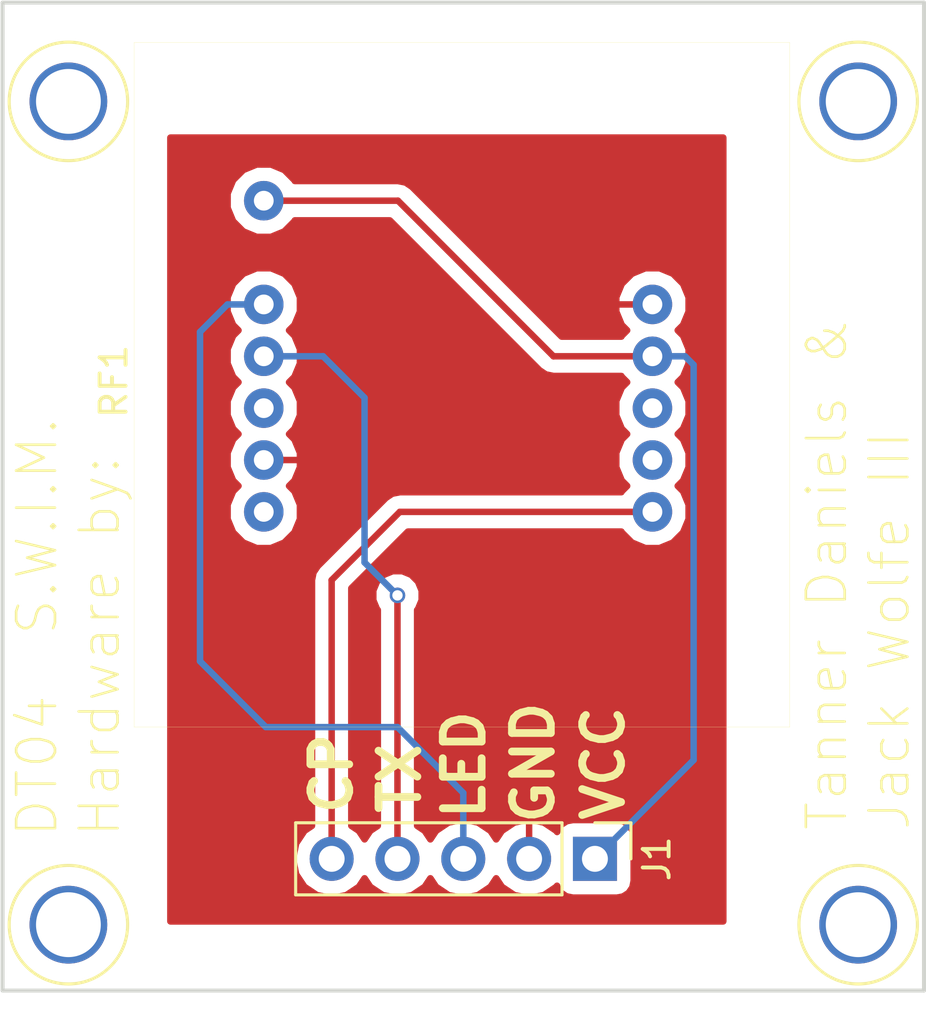
<source format=kicad_pcb>
(kicad_pcb (version 4) (host pcbnew 4.0.6-e0-6349~53~ubuntu16.04.1)

  (general
    (links 7)
    (no_connects 0)
    (area 177.514999 105.197 213.645001 145.045)
    (thickness 1.6)
    (drawings 20)
    (tracks 28)
    (zones 0)
    (modules 6)
    (nets 10)
  )

  (page A4)
  (layers
    (0 F.Cu signal)
    (31 B.Cu signal)
    (32 B.Adhes user)
    (33 F.Adhes user)
    (34 B.Paste user)
    (35 F.Paste user)
    (36 B.SilkS user)
    (37 F.SilkS user)
    (38 B.Mask user)
    (39 F.Mask user)
    (40 Dwgs.User user)
    (41 Cmts.User user)
    (42 Eco1.User user)
    (43 Eco2.User user)
    (44 Edge.Cuts user)
    (45 Margin user)
    (46 B.CrtYd user)
    (47 F.CrtYd user)
    (48 B.Fab user)
    (49 F.Fab user)
  )

  (setup
    (last_trace_width 0.25)
    (trace_clearance 0.2)
    (zone_clearance 0.508)
    (zone_45_only no)
    (trace_min 0.2)
    (segment_width 0.2)
    (edge_width 0.15)
    (via_size 0.6)
    (via_drill 0.4)
    (via_min_size 0.4)
    (via_min_drill 0.3)
    (uvia_size 0.3)
    (uvia_drill 0.1)
    (uvias_allowed no)
    (uvia_min_size 0.2)
    (uvia_min_drill 0.1)
    (pcb_text_width 0.3)
    (pcb_text_size 1.5 1.5)
    (mod_edge_width 0.15)
    (mod_text_size 1 1)
    (mod_text_width 0.15)
    (pad_size 3 3)
    (pad_drill 2.5)
    (pad_to_mask_clearance 0.2)
    (aux_axis_origin 180.34 139.7)
    (visible_elements FFFFFF7F)
    (pcbplotparams
      (layerselection 0x01020_80000001)
      (usegerberextensions false)
      (excludeedgelayer true)
      (linewidth 0.100000)
      (plotframeref false)
      (viasonmask false)
      (mode 1)
      (useauxorigin false)
      (hpglpennumber 1)
      (hpglpenspeed 20)
      (hpglpendiameter 15)
      (hpglpenoverlay 2)
      (psnegative false)
      (psa4output false)
      (plotreference true)
      (plotvalue true)
      (plotinvisibletext false)
      (padsonsilk false)
      (subtractmaskfromsilk false)
      (outputformat 1)
      (mirror false)
      (drillshape 0)
      (scaleselection 1)
      (outputdirectory ""))
  )

  (net 0 "")
  (net 1 "Net-(J1-Pad1)")
  (net 2 "Net-(J1-Pad2)")
  (net 3 "Net-(J1-Pad3)")
  (net 4 "Net-(J1-Pad4)")
  (net 5 "Net-(J1-Pad5)")
  (net 6 "Net-(RF1-Pad3)")
  (net 7 "Net-(RF1-Pad4)")
  (net 8 "Net-(RF1-Pad8)")
  (net 9 "Net-(RF1-Pad6)")

  (net_class Default "This is the default net class."
    (clearance 0.2)
    (trace_width 0.25)
    (via_dia 0.6)
    (via_drill 0.4)
    (uvia_dia 0.3)
    (uvia_drill 0.1)
    (add_net "Net-(J1-Pad1)")
    (add_net "Net-(J1-Pad2)")
    (add_net "Net-(J1-Pad3)")
    (add_net "Net-(J1-Pad4)")
    (add_net "Net-(J1-Pad5)")
    (add_net "Net-(RF1-Pad3)")
    (add_net "Net-(RF1-Pad4)")
    (add_net "Net-(RF1-Pad6)")
    (add_net "Net-(RF1-Pad8)")
  )

  (module SeniorDesignFootprints:ID-12LA (layer F.Cu) (tedit 5845FE82) (tstamp 58B482E6)
    (at 182.88 133.35 90)
    (path /58B47EC3)
    (fp_text reference RF1 (at 13.33 -0.79 90) (layer F.SilkS)
      (effects (font (size 1 1) (thickness 0.15)))
    )
    (fp_text value ID-12LA (at 12.92 -2.51 90) (layer F.Fab)
      (effects (font (size 1 1) (thickness 0.15)))
    )
    (fp_line (start 0 25.3) (end 26.4 25.3) (layer F.SilkS) (width 0.01))
    (fp_line (start 26.4 25.3) (end 26.4 0) (layer F.SilkS) (width 0.01))
    (fp_line (start 26.4 0) (end 0 0) (layer F.SilkS) (width 0.01))
    (fp_line (start 0 0) (end 0 25.3) (layer F.SilkS) (width 0.01))
    (pad 1 thru_hole circle (at 16.3 20 90) (size 1.524 1.524) (drill 0.762) (layers *.Cu *.Mask)
      (net 2 "Net-(J1-Pad2)"))
    (pad 2 thru_hole circle (at 14.3 20 90) (size 1.524 1.524) (drill 0.762) (layers *.Cu *.Mask)
      (net 1 "Net-(J1-Pad1)"))
    (pad 3 thru_hole circle (at 12.3 20 90) (size 1.524 1.524) (drill 0.762) (layers *.Cu *.Mask)
      (net 6 "Net-(RF1-Pad3)"))
    (pad 4 thru_hole circle (at 10.3 20 90) (size 1.524 1.524) (drill 0.762) (layers *.Cu *.Mask)
      (net 7 "Net-(RF1-Pad4)"))
    (pad 5 thru_hole circle (at 8.3 20 90) (size 1.524 1.524) (drill 0.762) (layers *.Cu *.Mask)
      (net 5 "Net-(J1-Pad5)"))
    (pad 10 thru_hole circle (at 16.3 5 90) (size 1.524 1.524) (drill 0.762) (layers *.Cu *.Mask)
      (net 3 "Net-(J1-Pad3)"))
    (pad 9 thru_hole circle (at 14.3 5 90) (size 1.524 1.524) (drill 0.762) (layers *.Cu *.Mask)
      (net 4 "Net-(J1-Pad4)"))
    (pad 8 thru_hole circle (at 12.3 5 90) (size 1.524 1.524) (drill 0.762) (layers *.Cu *.Mask)
      (net 8 "Net-(RF1-Pad8)"))
    (pad 7 thru_hole circle (at 10.3 5 90) (size 1.524 1.524) (drill 0.762) (layers *.Cu *.Mask)
      (net 2 "Net-(J1-Pad2)"))
    (pad 6 thru_hole circle (at 8.3 5 90) (size 1.524 1.524) (drill 0.762) (layers *.Cu *.Mask)
      (net 9 "Net-(RF1-Pad6)"))
    (pad 11 thru_hole circle (at 20.3 5 90) (size 1.524 1.524) (drill 0.762) (layers *.Cu *.Mask)
      (net 1 "Net-(J1-Pad1)"))
    (model ../../../../../home/hingle/FreeCADProjects/SeniorDesign/Compound.wrl
      (at (xyz 0 0 0))
      (scale (xyz 1 1 1))
      (rotate (xyz 0 0 0))
    )
  )

  (module Connectors:1pin (layer F.Cu) (tedit 58B498C5) (tstamp 58B494B6)
    (at 180.34 109.22)
    (descr "module 1 pin (ou trou mecanique de percage)")
    (tags DEV)
    (fp_text reference REF** (at 0 -3.048) (layer F.SilkS) hide
      (effects (font (size 1 1) (thickness 0.15)))
    )
    (fp_text value 1pin (at 0 3) (layer F.Fab)
      (effects (font (size 1 1) (thickness 0.15)))
    )
    (fp_circle (center 0 0) (end 2 0.8) (layer F.Fab) (width 0.1))
    (fp_circle (center 0 0) (end 2.6 0) (layer F.CrtYd) (width 0.05))
    (fp_circle (center 0 0) (end 0 -2.286) (layer F.SilkS) (width 0.12))
    (pad 1 thru_hole circle (at 0 0) (size 3 3) (drill 2.5) (layers *.Cu *.Mask))
  )

  (module Connectors:1pin (layer F.Cu) (tedit 58B498CA) (tstamp 58B4958F)
    (at 210.82 109.22)
    (descr "module 1 pin (ou trou mecanique de percage)")
    (tags DEV)
    (fp_text reference REF** (at 0 -3.048) (layer F.SilkS) hide
      (effects (font (size 1 1) (thickness 0.15)))
    )
    (fp_text value 1pin (at 0 3) (layer F.Fab)
      (effects (font (size 1 1) (thickness 0.15)))
    )
    (fp_circle (center 0 0) (end 2 0.8) (layer F.Fab) (width 0.1))
    (fp_circle (center 0 0) (end 2.6 0) (layer F.CrtYd) (width 0.05))
    (fp_circle (center 0 0) (end 0 -2.286) (layer F.SilkS) (width 0.12))
    (pad 1 thru_hole circle (at 0 0) (size 3 3) (drill 2.5) (layers *.Cu *.Mask))
  )

  (module Connectors:1pin (layer F.Cu) (tedit 58B498A1) (tstamp 58B49597)
    (at 180.34 140.97)
    (descr "module 1 pin (ou trou mecanique de percage)")
    (tags DEV)
    (fp_text reference "" (at 0 -3.048) (layer F.SilkS) hide
      (effects (font (size 1 1) (thickness 0.15)))
    )
    (fp_text value 1pin (at 0 3) (layer F.Fab)
      (effects (font (size 1 1) (thickness 0.15)))
    )
    (fp_circle (center 0 0) (end 2 0.8) (layer F.Fab) (width 0.1))
    (fp_circle (center 0 0) (end 2.6 0) (layer F.CrtYd) (width 0.05))
    (fp_circle (center 0 0) (end 0 -2.286) (layer F.SilkS) (width 0.12))
    (pad 1 thru_hole circle (at 0 0) (size 3 3) (drill 2.5) (layers *.Cu *.Mask))
  )

  (module Connectors:1pin (layer F.Cu) (tedit 58B498BE) (tstamp 58B495A0)
    (at 210.82 140.97)
    (descr "module 1 pin (ou trou mecanique de percage)")
    (tags DEV)
    (fp_text reference REF** (at 0 -3.048) (layer F.SilkS) hide
      (effects (font (size 1 1) (thickness 0.15)))
    )
    (fp_text value 1pin (at 0 3) (layer F.Fab)
      (effects (font (size 1 1) (thickness 0.15)))
    )
    (fp_circle (center 0 0) (end 2 0.8) (layer F.Fab) (width 0.1))
    (fp_circle (center 0 0) (end 2.6 0) (layer F.CrtYd) (width 0.05))
    (fp_circle (center 0 0) (end 0 -2.286) (layer F.SilkS) (width 0.12))
    (pad 1 thru_hole circle (at 0 0) (size 3 3) (drill 2.5) (layers *.Cu *.Mask))
  )

  (module Pin_Headers:Pin_Header_Straight_1x05_Pitch2.54mm (layer F.Cu) (tedit 5862ED52) (tstamp 58B496A2)
    (at 200.66 138.43 270)
    (descr "Through hole straight pin header, 1x05, 2.54mm pitch, single row")
    (tags "Through hole pin header THT 1x05 2.54mm single row")
    (path /58B47F8B)
    (fp_text reference J1 (at 0 -2.39 270) (layer F.SilkS)
      (effects (font (size 1 1) (thickness 0.15)))
    )
    (fp_text value CONN_01X05 (at 0 12.55 270) (layer F.Fab)
      (effects (font (size 1 1) (thickness 0.15)))
    )
    (fp_line (start -1.27 -1.27) (end -1.27 11.43) (layer F.Fab) (width 0.1))
    (fp_line (start -1.27 11.43) (end 1.27 11.43) (layer F.Fab) (width 0.1))
    (fp_line (start 1.27 11.43) (end 1.27 -1.27) (layer F.Fab) (width 0.1))
    (fp_line (start 1.27 -1.27) (end -1.27 -1.27) (layer F.Fab) (width 0.1))
    (fp_line (start -1.39 1.27) (end -1.39 11.55) (layer F.SilkS) (width 0.12))
    (fp_line (start -1.39 11.55) (end 1.39 11.55) (layer F.SilkS) (width 0.12))
    (fp_line (start 1.39 11.55) (end 1.39 1.27) (layer F.SilkS) (width 0.12))
    (fp_line (start 1.39 1.27) (end -1.39 1.27) (layer F.SilkS) (width 0.12))
    (fp_line (start -1.39 0) (end -1.39 -1.39) (layer F.SilkS) (width 0.12))
    (fp_line (start -1.39 -1.39) (end 0 -1.39) (layer F.SilkS) (width 0.12))
    (fp_line (start -1.6 -1.6) (end -1.6 11.7) (layer F.CrtYd) (width 0.05))
    (fp_line (start -1.6 11.7) (end 1.6 11.7) (layer F.CrtYd) (width 0.05))
    (fp_line (start 1.6 11.7) (end 1.6 -1.6) (layer F.CrtYd) (width 0.05))
    (fp_line (start 1.6 -1.6) (end -1.6 -1.6) (layer F.CrtYd) (width 0.05))
    (pad 1 thru_hole rect (at 0 0 270) (size 1.7 1.7) (drill 1) (layers *.Cu *.Mask)
      (net 1 "Net-(J1-Pad1)"))
    (pad 2 thru_hole oval (at 0 2.54 270) (size 1.7 1.7) (drill 1) (layers *.Cu *.Mask)
      (net 2 "Net-(J1-Pad2)"))
    (pad 3 thru_hole oval (at 0 5.08 270) (size 1.7 1.7) (drill 1) (layers *.Cu *.Mask)
      (net 3 "Net-(J1-Pad3)"))
    (pad 4 thru_hole oval (at 0 7.62 270) (size 1.7 1.7) (drill 1) (layers *.Cu *.Mask)
      (net 4 "Net-(J1-Pad4)"))
    (pad 5 thru_hole oval (at 0 10.16 270) (size 1.7 1.7) (drill 1) (layers *.Cu *.Mask)
      (net 5 "Net-(J1-Pad5)"))
    (model Pin_Headers.3dshapes/Pin_Header_Straight_1x05_Pitch2.54mm.wrl
      (at (xyz 0 -0.2 0))
      (scale (xyz 1 1 1))
      (rotate (xyz 0 0 90))
    )
  )

  (gr_line (start 177.8 143.51) (end 177.8 105.41) (angle 90) (layer Edge.Cuts) (width 0.15))
  (gr_line (start 213.36 143.51) (end 177.8 143.51) (angle 90) (layer Edge.Cuts) (width 0.15))
  (gr_line (start 213.36 105.41) (end 213.36 143.51) (angle 90) (layer Edge.Cuts) (width 0.15))
  (gr_line (start 177.8 105.41) (end 213.36 105.41) (angle 90) (layer Edge.Cuts) (width 0.15))
  (gr_text "Tanner Daniels &\nJack Wolfe III" (at 210.82 137.414 90) (layer F.SilkS)
    (effects (font (size 1.5 1.5) (thickness 0.1)) (justify left))
  )
  (gr_text "DT04  S.W.I.M.\nHardware by:" (at 180.34 137.668 90) (layer F.SilkS)
    (effects (font (size 1.5 1.5) (thickness 0.1)) (justify left))
  )
  (gr_text CP (at 190.5 135.14 90) (layer F.SilkS)
    (effects (font (size 1.5 1.5) (thickness 0.3)))
  )
  (gr_text TX (at 193.13 135.33 90) (layer F.SilkS)
    (effects (font (size 1.5 1.5) (thickness 0.3)))
  )
  (gr_text LED (at 195.61 134.8 90) (layer F.SilkS)
    (effects (font (size 1.5 1.5) (thickness 0.3)))
  )
  (gr_text GND (at 198.28 134.72 90) (layer F.SilkS)
    (effects (font (size 1.5 1.5) (thickness 0.3)))
  )
  (gr_text VCC (at 200.99 134.74 90) (layer F.SilkS)
    (effects (font (size 1.5 1.5) (thickness 0.3)))
  )
  (gr_line (start 177.8 143.51) (end 177.8 140.97) (angle 90) (layer Dwgs.User) (width 0.2))
  (gr_line (start 213.36 143.51) (end 177.8 143.51) (angle 90) (layer Dwgs.User) (width 0.2))
  (gr_line (start 213.36 140.97) (end 213.36 143.51) (angle 90) (layer Dwgs.User) (width 0.2))
  (gr_line (start 213.36 105.41) (end 213.36 140.97) (angle 90) (layer Dwgs.User) (width 0.2))
  (gr_line (start 212.09 105.41) (end 213.36 105.41) (angle 90) (layer Dwgs.User) (width 0.2))
  (gr_line (start 177.8 105.41) (end 181.61 105.41) (angle 90) (layer Dwgs.User) (width 0.2))
  (gr_line (start 177.8 140.97) (end 177.8 105.41) (angle 90) (layer Dwgs.User) (width 0.2))
  (gr_line (start 210.82 105.41) (end 212.09 105.41) (angle 90) (layer Dwgs.User) (width 0.2))
  (gr_line (start 180.34 105.41) (end 210.82 105.41) (angle 90) (layer Dwgs.User) (width 0.2))

  (segment (start 187.88 113.05) (end 193.06 113.05) (width 0.25) (layer F.Cu) (net 1))
  (segment (start 199.06 119.05) (end 202.88 119.05) (width 0.25) (layer F.Cu) (net 1) (tstamp 58B48429))
  (segment (start 193.06 113.05) (end 199.06 119.05) (width 0.25) (layer F.Cu) (net 1) (tstamp 58B48425))
  (segment (start 202.88 119.05) (end 204.14 119.05) (width 0.25) (layer B.Cu) (net 1))
  (segment (start 204.47 134.62) (end 200.66 138.43) (width 0.25) (layer B.Cu) (net 1) (tstamp 58B48497))
  (segment (start 204.47 119.38) (end 204.47 134.62) (width 0.25) (layer B.Cu) (net 1) (tstamp 58B48493))
  (segment (start 204.14 119.05) (end 204.47 119.38) (width 0.25) (layer B.Cu) (net 1) (tstamp 58B48490))
  (segment (start 187.88 123.05) (end 189.48 123.05) (width 0.25) (layer F.Cu) (net 2))
  (segment (start 202.88 117.05) (end 201.3 117.05) (width 0.25) (layer F.Cu) (net 2))
  (segment (start 201.3 117.05) (end 201.29 117.04) (width 0.25) (layer F.Cu) (net 2) (tstamp 58B4996D))
  (segment (start 198.12 138.43) (end 198.12 136.38) (width 0.25) (layer F.Cu) (net 2))
  (segment (start 198.12 136.38) (end 198.09 136.35) (width 0.25) (layer F.Cu) (net 2) (tstamp 58B49AF0))
  (segment (start 187.88 117.05) (end 186.48 117.05) (width 0.25) (layer B.Cu) (net 3))
  (segment (start 195.58 135.89) (end 195.58 138.43) (width 0.25) (layer B.Cu) (net 3) (tstamp 58B487A4))
  (segment (start 193.04 133.35) (end 195.58 135.89) (width 0.25) (layer B.Cu) (net 3) (tstamp 58B487A2))
  (segment (start 187.96 133.35) (end 193.04 133.35) (width 0.25) (layer B.Cu) (net 3) (tstamp 58B487A0))
  (segment (start 185.42 130.81) (end 187.96 133.35) (width 0.25) (layer B.Cu) (net 3) (tstamp 58B48793))
  (segment (start 185.42 118.11) (end 185.42 130.81) (width 0.25) (layer B.Cu) (net 3) (tstamp 58B4878F))
  (segment (start 186.48 117.05) (end 185.42 118.11) (width 0.25) (layer B.Cu) (net 3) (tstamp 58B4878D))
  (segment (start 193.04 138.43) (end 193.04 128.27) (width 0.25) (layer F.Cu) (net 4))
  (segment (start 190.17 119.05) (end 187.88 119.05) (width 0.25) (layer B.Cu) (net 4) (tstamp 58B487D2))
  (segment (start 191.77 120.65) (end 190.17 119.05) (width 0.25) (layer B.Cu) (net 4) (tstamp 58B487D0))
  (segment (start 191.77 127) (end 191.77 120.65) (width 0.25) (layer B.Cu) (net 4) (tstamp 58B487CD))
  (segment (start 193.04 128.27) (end 191.77 127) (width 0.25) (layer B.Cu) (net 4) (tstamp 58B487CC))
  (via (at 193.04 128.27) (size 0.6) (drill 0.4) (layers F.Cu B.Cu) (net 4))
  (segment (start 193.13 125.05) (end 202.88 125.05) (width 0.25) (layer F.Cu) (net 5) (tstamp 58B58D1F))
  (segment (start 190.5 127.68) (end 193.13 125.05) (width 0.25) (layer F.Cu) (net 5) (tstamp 58B58D16))
  (segment (start 190.5 138.43) (end 190.5 127.68) (width 0.25) (layer F.Cu) (net 5))

  (zone (net 2) (net_name "Net-(J1-Pad2)") (layer B.Cu) (tstamp 58B4979E) (hatch edge 0.508)
    (connect_pads no (clearance 0.508))
    (min_thickness 0.254)
    (fill yes (arc_segments 16) (thermal_gap 0.508) (thermal_bridge_width 0.508))
    (polygon
      (pts
        (xy 205.74 140.97) (xy 184.15 140.97) (xy 184.15 110.49) (xy 205.74 110.49)
      )
    )
  )
  (zone (net 2) (net_name "Net-(J1-Pad2)") (layer F.Cu) (tstamp 58B49801) (hatch edge 0.508)
    (connect_pads no (clearance 0.508))
    (min_thickness 0.254)
    (fill yes (arc_segments 16) (thermal_gap 0.508) (thermal_bridge_width 0.508))
    (polygon
      (pts
        (xy 205.74 140.97) (xy 184.15 140.97) (xy 184.15 110.49) (xy 205.74 110.49)
      )
    )
    (filled_polygon
      (pts
        (xy 205.613 140.843) (xy 184.277 140.843) (xy 184.277 117.326661) (xy 186.482758 117.326661) (xy 186.69499 117.840303)
        (xy 186.904342 118.050021) (xy 186.696371 118.25763) (xy 186.483243 118.7709) (xy 186.482758 119.326661) (xy 186.69499 119.840303)
        (xy 186.904342 120.050021) (xy 186.696371 120.25763) (xy 186.483243 120.7709) (xy 186.482758 121.326661) (xy 186.69499 121.840303)
        (xy 186.904342 122.050021) (xy 186.696371 122.25763) (xy 186.483243 122.7709) (xy 186.482758 123.326661) (xy 186.69499 123.840303)
        (xy 186.904342 124.050021) (xy 186.696371 124.25763) (xy 186.483243 124.7709) (xy 186.482758 125.326661) (xy 186.69499 125.840303)
        (xy 187.08763 126.233629) (xy 187.6009 126.446757) (xy 188.156661 126.447242) (xy 188.670303 126.23501) (xy 189.063629 125.84237)
        (xy 189.276757 125.3291) (xy 189.277242 124.773339) (xy 189.06501 124.259697) (xy 188.855658 124.049979) (xy 189.063629 123.84237)
        (xy 189.276757 123.3291) (xy 189.277242 122.773339) (xy 189.06501 122.259697) (xy 188.855658 122.049979) (xy 189.063629 121.84237)
        (xy 189.276757 121.3291) (xy 189.277242 120.773339) (xy 189.06501 120.259697) (xy 188.855658 120.049979) (xy 189.063629 119.84237)
        (xy 189.276757 119.3291) (xy 189.277242 118.773339) (xy 189.06501 118.259697) (xy 188.855658 118.049979) (xy 189.063629 117.84237)
        (xy 189.276757 117.3291) (xy 189.277242 116.773339) (xy 189.06501 116.259697) (xy 188.67237 115.866371) (xy 188.1591 115.653243)
        (xy 187.603339 115.652758) (xy 187.089697 115.86499) (xy 186.696371 116.25763) (xy 186.483243 116.7709) (xy 186.482758 117.326661)
        (xy 184.277 117.326661) (xy 184.277 113.326661) (xy 186.482758 113.326661) (xy 186.69499 113.840303) (xy 187.08763 114.233629)
        (xy 187.6009 114.446757) (xy 188.156661 114.447242) (xy 188.670303 114.23501) (xy 189.063629 113.84237) (xy 189.07707 113.81)
        (xy 192.745198 113.81) (xy 198.522599 119.587401) (xy 198.76916 119.752148) (xy 199.06 119.81) (xy 201.682469 119.81)
        (xy 201.69499 119.840303) (xy 201.904342 120.050021) (xy 201.696371 120.25763) (xy 201.483243 120.7709) (xy 201.482758 121.326661)
        (xy 201.69499 121.840303) (xy 201.904342 122.050021) (xy 201.696371 122.25763) (xy 201.483243 122.7709) (xy 201.482758 123.326661)
        (xy 201.69499 123.840303) (xy 201.904342 124.050021) (xy 201.696371 124.25763) (xy 201.68293 124.29) (xy 193.13 124.29)
        (xy 192.839161 124.347852) (xy 192.592599 124.512599) (xy 189.962599 127.142599) (xy 189.797852 127.389161) (xy 189.74 127.68)
        (xy 189.74 137.157046) (xy 189.449946 137.350853) (xy 189.128039 137.832622) (xy 189.015 138.400907) (xy 189.015 138.459093)
        (xy 189.128039 139.027378) (xy 189.449946 139.509147) (xy 189.931715 139.831054) (xy 190.5 139.944093) (xy 191.068285 139.831054)
        (xy 191.550054 139.509147) (xy 191.77 139.179974) (xy 191.989946 139.509147) (xy 192.471715 139.831054) (xy 193.04 139.944093)
        (xy 193.608285 139.831054) (xy 194.090054 139.509147) (xy 194.31 139.179974) (xy 194.529946 139.509147) (xy 195.011715 139.831054)
        (xy 195.58 139.944093) (xy 196.148285 139.831054) (xy 196.630054 139.509147) (xy 196.85 139.179974) (xy 197.069946 139.509147)
        (xy 197.551715 139.831054) (xy 198.12 139.944093) (xy 198.688285 139.831054) (xy 199.170054 139.509147) (xy 199.19785 139.467548)
        (xy 199.206838 139.515317) (xy 199.34591 139.731441) (xy 199.55811 139.876431) (xy 199.81 139.92744) (xy 201.51 139.92744)
        (xy 201.745317 139.883162) (xy 201.961441 139.74409) (xy 202.106431 139.53189) (xy 202.15744 139.28) (xy 202.15744 137.58)
        (xy 202.113162 137.344683) (xy 201.97409 137.128559) (xy 201.76189 136.983569) (xy 201.51 136.93256) (xy 199.81 136.93256)
        (xy 199.574683 136.976838) (xy 199.358559 137.11591) (xy 199.213569 137.32811) (xy 199.199914 137.395541) (xy 199.170054 137.350853)
        (xy 198.688285 137.028946) (xy 198.12 136.915907) (xy 197.551715 137.028946) (xy 197.069946 137.350853) (xy 196.85 137.680026)
        (xy 196.630054 137.350853) (xy 196.148285 137.028946) (xy 195.58 136.915907) (xy 195.011715 137.028946) (xy 194.529946 137.350853)
        (xy 194.31 137.680026) (xy 194.090054 137.350853) (xy 193.8 137.157046) (xy 193.8 128.832463) (xy 193.832192 128.800327)
        (xy 193.974838 128.456799) (xy 193.975162 128.084833) (xy 193.833117 127.741057) (xy 193.570327 127.477808) (xy 193.226799 127.335162)
        (xy 192.854833 127.334838) (xy 192.511057 127.476883) (xy 192.247808 127.739673) (xy 192.105162 128.083201) (xy 192.104838 128.455167)
        (xy 192.246883 128.798943) (xy 192.28 128.832118) (xy 192.28 137.157046) (xy 191.989946 137.350853) (xy 191.77 137.680026)
        (xy 191.550054 137.350853) (xy 191.26 137.157046) (xy 191.26 127.994802) (xy 193.444802 125.81) (xy 201.682469 125.81)
        (xy 201.69499 125.840303) (xy 202.08763 126.233629) (xy 202.6009 126.446757) (xy 203.156661 126.447242) (xy 203.670303 126.23501)
        (xy 204.063629 125.84237) (xy 204.276757 125.3291) (xy 204.277242 124.773339) (xy 204.06501 124.259697) (xy 203.855658 124.049979)
        (xy 204.063629 123.84237) (xy 204.276757 123.3291) (xy 204.277242 122.773339) (xy 204.06501 122.259697) (xy 203.855658 122.049979)
        (xy 204.063629 121.84237) (xy 204.276757 121.3291) (xy 204.277242 120.773339) (xy 204.06501 120.259697) (xy 203.855658 120.049979)
        (xy 204.063629 119.84237) (xy 204.276757 119.3291) (xy 204.277242 118.773339) (xy 204.06501 118.259697) (xy 203.855658 118.049979)
        (xy 204.063629 117.84237) (xy 204.276757 117.3291) (xy 204.277242 116.773339) (xy 204.06501 116.259697) (xy 203.67237 115.866371)
        (xy 203.1591 115.653243) (xy 202.603339 115.652758) (xy 202.089697 115.86499) (xy 201.696371 116.25763) (xy 201.483243 116.7709)
        (xy 201.482758 117.326661) (xy 201.69499 117.840303) (xy 201.904342 118.050021) (xy 201.696371 118.25763) (xy 201.68293 118.29)
        (xy 199.374802 118.29) (xy 193.597401 112.512599) (xy 193.350839 112.347852) (xy 193.06 112.29) (xy 189.077531 112.29)
        (xy 189.06501 112.259697) (xy 188.67237 111.866371) (xy 188.1591 111.653243) (xy 187.603339 111.652758) (xy 187.089697 111.86499)
        (xy 186.696371 112.25763) (xy 186.483243 112.7709) (xy 186.482758 113.326661) (xy 184.277 113.326661) (xy 184.277 110.617)
        (xy 205.613 110.617)
      )
    )
  )
)

</source>
